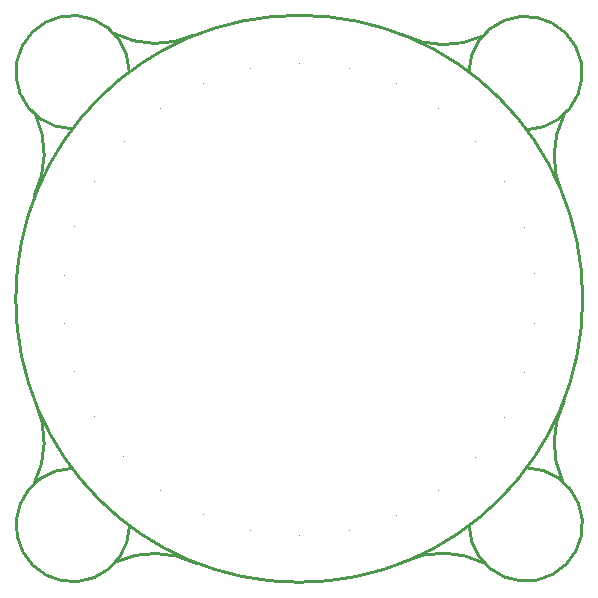
<source format=gm1>
G04*
G04 #@! TF.GenerationSoftware,Altium Limited,Altium Designer,20.0.9 (164)*
G04*
G04 Layer_Color=16711935*
%FSLAX25Y25*%
%MOIN*%
G70*
G01*
G75*
%ADD12C,0.01000*%
%ADD13C,0.00197*%
D12*
X234659Y337386D02*
G03*
X235138Y364173I-27238J13885D01*
G01*
X247146Y342418D02*
G03*
X266434Y323130I394J-18895D01*
G01*
X288598Y310741D02*
G03*
X261811Y311221I-13885J-27238D01*
G01*
X234659Y433449D02*
G03*
X235138Y460236I-27238J13885D01*
G01*
X266336Y474901D02*
G03*
X247047Y455613I-18895J-394D01*
G01*
X261304Y487389D02*
G03*
X288090Y486909I13885J27238D01*
G01*
X357367Y486995D02*
G03*
X384154Y486516I13885J27238D01*
G01*
X398819Y455318D02*
G03*
X379531Y474606I-394J18895D01*
G01*
X411306Y460350D02*
G03*
X410827Y433563I27238J-13885D01*
G01*
X417488Y398949D02*
G03*
X417488Y398949I-94488J0D01*
G01*
X411306Y364779D02*
G03*
X410827Y337992I27238J-13885D01*
G01*
X379629Y323327D02*
G03*
X398917Y342615I18895J394D01*
G01*
X384661Y310840D02*
G03*
X357874Y311319I-13885J-27238D01*
G01*
X234659Y337386D02*
G03*
X235138Y364173I-27238J13885D01*
G01*
X247146Y342418D02*
G03*
X266434Y323130I394J-18895D01*
G01*
X288598Y310741D02*
G03*
X261811Y311221I-13885J-27238D01*
G01*
X234659Y433449D02*
G03*
X235138Y460236I-27238J13885D01*
G01*
X266336Y474901D02*
G03*
X247047Y455613I-18895J-394D01*
G01*
X261304Y487389D02*
G03*
X288090Y486909I13885J27238D01*
G01*
X357367Y486995D02*
G03*
X384154Y486516I13885J27238D01*
G01*
X398819Y455318D02*
G03*
X379531Y474606I-394J18895D01*
G01*
X411306Y460350D02*
G03*
X410827Y433563I27238J-13885D01*
G01*
X417488Y398949D02*
G03*
X417488Y398949I-94488J0D01*
G01*
X411306Y364779D02*
G03*
X410827Y337992I27238J-13885D01*
G01*
X379629Y323327D02*
G03*
X398917Y342615I18895J394D01*
G01*
X384661Y310840D02*
G03*
X357874Y311319I-13885J-27238D01*
G01*
D13*
X398030Y423029D02*
X398031Y423032D01*
X391338Y438088D02*
X391339Y438091D01*
X381693Y451474D02*
X381693Y451476D01*
X369390Y462500D02*
X369390Y462497D01*
X355118Y470768D02*
X355119Y470765D01*
X339469Y475984D02*
X339470Y475982D01*
X369387Y335237D02*
X369390Y335236D01*
X381592Y346260D02*
X381594Y346260D01*
X391336Y359645D02*
X391339Y359646D01*
X397931Y374704D02*
X397933Y374705D01*
X401376Y390845D02*
X401378Y390846D01*
X401278Y407380D02*
X401279Y407382D01*
X276574Y335337D02*
X276575Y335335D01*
X290845Y327069D02*
X290846Y327067D01*
X306593Y321853D02*
X306594Y321850D01*
X323030Y320179D02*
X323031Y320177D01*
X339466Y321950D02*
X339469Y321949D01*
X355116Y326970D02*
X355118Y326969D01*
X248031Y423130D02*
X248034Y423131D01*
X244685Y406988D02*
X244687Y406990D01*
X244587Y390945D02*
X244588Y390947D01*
X248031Y374902D02*
X248033Y374904D01*
X254626Y359744D02*
X254627Y359747D01*
X264272Y346457D02*
X264272Y346459D01*
X323031Y477658D02*
X323033Y477656D01*
X306594Y475886D02*
X306597Y475884D01*
X290945Y470768D02*
X290947Y470767D01*
X276673Y462500D02*
X276676Y462500D01*
X264469Y451476D02*
X264471Y451476D01*
X254724Y438189D02*
X254727Y438190D01*
X398030Y423029D02*
X398031Y423032D01*
X391338Y438088D02*
X391339Y438091D01*
X381693Y451474D02*
X381693Y451476D01*
X369390Y462500D02*
X369390Y462497D01*
X355118Y470768D02*
X355119Y470765D01*
X339469Y475984D02*
X339470Y475982D01*
X369387Y335237D02*
X369390Y335236D01*
X381592Y346260D02*
X381594Y346260D01*
X391336Y359645D02*
X391339Y359646D01*
X397931Y374704D02*
X397933Y374705D01*
X401376Y390845D02*
X401378Y390846D01*
X401278Y407380D02*
X401279Y407382D01*
X276574Y335337D02*
X276575Y335335D01*
X290845Y327069D02*
X290846Y327067D01*
X306593Y321853D02*
X306594Y321850D01*
X323030Y320179D02*
X323031Y320177D01*
X339466Y321950D02*
X339469Y321949D01*
X355116Y326970D02*
X355118Y326969D01*
X248031Y423130D02*
X248034Y423131D01*
X244685Y406988D02*
X244687Y406990D01*
X244587Y390945D02*
X244588Y390947D01*
X248031Y374902D02*
X248033Y374904D01*
X254626Y359744D02*
X254627Y359747D01*
X264272Y346457D02*
X264272Y346459D01*
X323031Y477658D02*
X323033Y477656D01*
X306594Y475886D02*
X306597Y475884D01*
X290945Y470768D02*
X290947Y470767D01*
X276673Y462500D02*
X276676Y462500D01*
X264469Y451476D02*
X264471Y451476D01*
X254724Y438189D02*
X254727Y438190D01*
M02*

</source>
